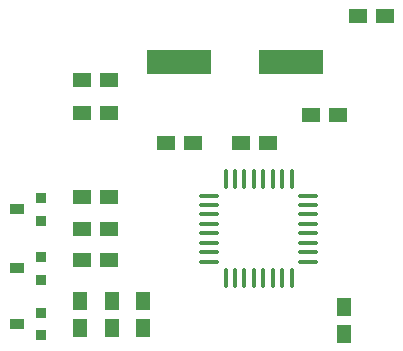
<source format=gtp>
G04 Layer_Color=8421504*
%FSLAX44Y44*%
%MOMM*%
G71*
G01*
G75*
%ADD10R,1.5240X1.2700*%
%ADD11O,1.6500X0.4000*%
%ADD12O,0.4000X1.6500*%
%ADD13R,1.2700X0.9144*%
%ADD14R,0.9144X0.9144*%
%ADD15R,5.5000X2.0000*%
%ADD16R,1.2700X1.5240*%
D10*
X1488440Y1090930D02*
D03*
X1465580D02*
D03*
X1254760Y1036320D02*
D03*
X1231900D02*
D03*
X1254760Y1008380D02*
D03*
X1231900D02*
D03*
X1426210Y1007110D02*
D03*
X1449070D02*
D03*
X1325880Y982980D02*
D03*
X1303020D02*
D03*
X1366520D02*
D03*
X1389380D02*
D03*
X1231900Y883920D02*
D03*
X1254760D02*
D03*
X1231900Y910590D02*
D03*
X1254760D02*
D03*
X1231900Y937260D02*
D03*
X1254760D02*
D03*
D11*
X1423760Y938590D02*
D03*
Y930590D02*
D03*
Y922590D02*
D03*
Y914590D02*
D03*
Y906590D02*
D03*
Y898590D02*
D03*
Y890590D02*
D03*
Y882590D02*
D03*
X1339760D02*
D03*
Y890590D02*
D03*
Y898590D02*
D03*
Y906590D02*
D03*
Y914590D02*
D03*
Y922590D02*
D03*
Y930590D02*
D03*
Y938590D02*
D03*
D12*
X1409760Y868590D02*
D03*
X1401760D02*
D03*
X1393760D02*
D03*
X1385760D02*
D03*
X1377760D02*
D03*
X1369760D02*
D03*
X1361760D02*
D03*
X1353760D02*
D03*
Y952590D02*
D03*
X1361760D02*
D03*
X1369760D02*
D03*
X1377760D02*
D03*
X1385760D02*
D03*
X1393760D02*
D03*
X1401760D02*
D03*
X1409760D02*
D03*
D13*
X1177290Y830072D02*
D03*
Y877062D02*
D03*
Y927100D02*
D03*
D14*
X1197610Y839470D02*
D03*
Y820420D02*
D03*
Y886460D02*
D03*
Y867410D02*
D03*
Y936498D02*
D03*
Y917448D02*
D03*
D15*
X1408940Y1051560D02*
D03*
X1313940D02*
D03*
D16*
X1283970Y826770D02*
D03*
Y849630D02*
D03*
X1257300Y826770D02*
D03*
Y849630D02*
D03*
X1230630Y826770D02*
D03*
Y849630D02*
D03*
X1454150Y821690D02*
D03*
Y844550D02*
D03*
M02*

</source>
